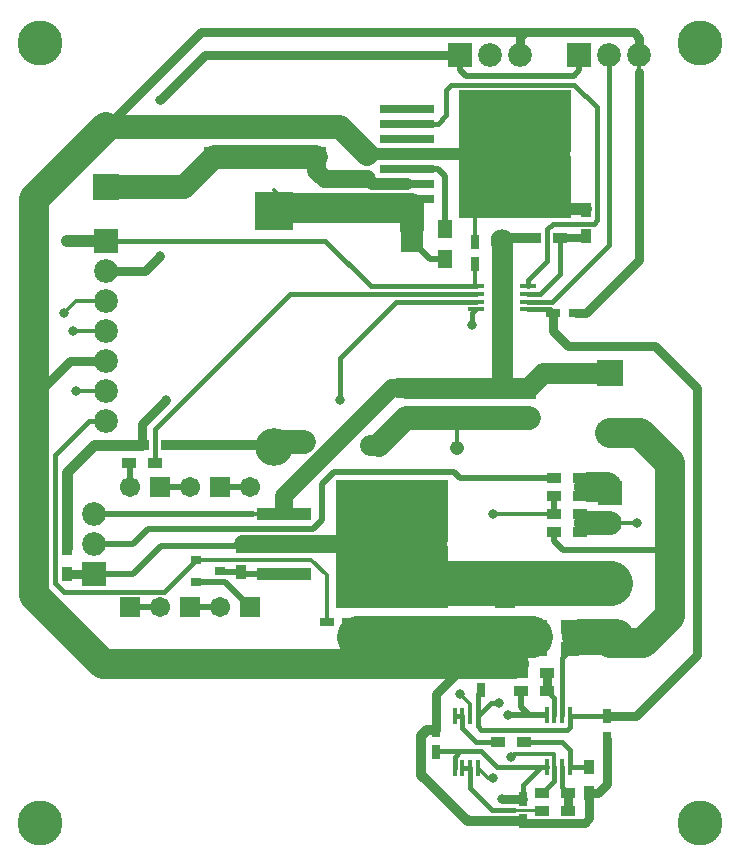
<source format=gbr>
G04 #@! TF.GenerationSoftware,KiCad,Pcbnew,(5.0.0)*
G04 #@! TF.CreationDate,2018-10-20T16:06:51+08:00*
G04 #@! TF.ProjectId,PSU 4CH V1,505355203443482056312E6B69636164,rev?*
G04 #@! TF.SameCoordinates,Original*
G04 #@! TF.FileFunction,Copper,L2,Bot,Signal*
G04 #@! TF.FilePolarity,Positive*
%FSLAX46Y46*%
G04 Gerber Fmt 4.6, Leading zero omitted, Abs format (unit mm)*
G04 Created by KiCad (PCBNEW (5.0.0)) date 10/20/18 16:06:51*
%MOMM*%
%LPD*%
G01*
G04 APERTURE LIST*
G04 #@! TA.AperFunction,ComponentPad*
%ADD10C,3.800000*%
G04 #@! TD*
G04 #@! TA.AperFunction,SMDPad,CuDef*
%ADD11R,0.750000X1.200000*%
G04 #@! TD*
G04 #@! TA.AperFunction,SMDPad,CuDef*
%ADD12R,1.200000X0.750000*%
G04 #@! TD*
G04 #@! TA.AperFunction,ComponentPad*
%ADD13C,1.716000*%
G04 #@! TD*
G04 #@! TA.AperFunction,ComponentPad*
%ADD14R,1.716000X1.716000*%
G04 #@! TD*
G04 #@! TA.AperFunction,SMDPad,CuDef*
%ADD15R,1.250000X1.500000*%
G04 #@! TD*
G04 #@! TA.AperFunction,ComponentPad*
%ADD16O,3.200000X3.200000*%
G04 #@! TD*
G04 #@! TA.AperFunction,ComponentPad*
%ADD17R,3.200000X3.200000*%
G04 #@! TD*
G04 #@! TA.AperFunction,ComponentPad*
%ADD18C,2.216000*%
G04 #@! TD*
G04 #@! TA.AperFunction,ComponentPad*
%ADD19R,2.216000X2.216000*%
G04 #@! TD*
G04 #@! TA.AperFunction,ComponentPad*
%ADD20C,2.016000*%
G04 #@! TD*
G04 #@! TA.AperFunction,ComponentPad*
%ADD21R,2.016000X2.016000*%
G04 #@! TD*
G04 #@! TA.AperFunction,ComponentPad*
%ADD22C,1.962000*%
G04 #@! TD*
G04 #@! TA.AperFunction,ComponentPad*
%ADD23R,1.962000X1.962000*%
G04 #@! TD*
G04 #@! TA.AperFunction,SMDPad,CuDef*
%ADD24R,0.900000X0.800000*%
G04 #@! TD*
G04 #@! TA.AperFunction,SMDPad,CuDef*
%ADD25R,1.200000X0.900000*%
G04 #@! TD*
G04 #@! TA.AperFunction,SMDPad,CuDef*
%ADD26R,0.900000X1.200000*%
G04 #@! TD*
G04 #@! TA.AperFunction,SMDPad,CuDef*
%ADD27R,1.500000X1.300000*%
G04 #@! TD*
G04 #@! TA.AperFunction,SMDPad,CuDef*
%ADD28R,0.450000X1.450000*%
G04 #@! TD*
G04 #@! TA.AperFunction,SMDPad,CuDef*
%ADD29R,1.450000X0.450000*%
G04 #@! TD*
G04 #@! TA.AperFunction,SMDPad,CuDef*
%ADD30R,4.550000X5.250000*%
G04 #@! TD*
G04 #@! TA.AperFunction,SMDPad,CuDef*
%ADD31R,9.400000X10.800000*%
G04 #@! TD*
G04 #@! TA.AperFunction,SMDPad,CuDef*
%ADD32R,4.600000X0.800000*%
G04 #@! TD*
G04 #@! TA.AperFunction,SMDPad,CuDef*
%ADD33R,4.600000X1.100000*%
G04 #@! TD*
G04 #@! TA.AperFunction,ViaPad*
%ADD34C,1.208000*%
G04 #@! TD*
G04 #@! TA.AperFunction,ViaPad*
%ADD35C,0.808000*%
G04 #@! TD*
G04 #@! TA.AperFunction,ViaPad*
%ADD36C,0.800000*%
G04 #@! TD*
G04 #@! TA.AperFunction,Conductor*
%ADD37C,2.032000*%
G04 #@! TD*
G04 #@! TA.AperFunction,Conductor*
%ADD38C,0.304800*%
G04 #@! TD*
G04 #@! TA.AperFunction,Conductor*
%ADD39C,1.016000*%
G04 #@! TD*
G04 #@! TA.AperFunction,Conductor*
%ADD40C,0.736600*%
G04 #@! TD*
G04 #@! TA.AperFunction,Conductor*
%ADD41C,0.863600*%
G04 #@! TD*
G04 #@! TA.AperFunction,Conductor*
%ADD42C,2.540000*%
G04 #@! TD*
G04 #@! TA.AperFunction,Conductor*
%ADD43C,0.762000*%
G04 #@! TD*
G04 #@! TA.AperFunction,Conductor*
%ADD44C,3.556000*%
G04 #@! TD*
G04 #@! TA.AperFunction,Conductor*
%ADD45C,1.778000*%
G04 #@! TD*
G04 #@! TA.AperFunction,Conductor*
%ADD46C,0.431800*%
G04 #@! TD*
G04 #@! TA.AperFunction,Conductor*
%ADD47C,0.381000*%
G04 #@! TD*
G04 #@! TA.AperFunction,Conductor*
%ADD48C,1.524000*%
G04 #@! TD*
G04 #@! TA.AperFunction,Conductor*
%ADD49C,0.508000*%
G04 #@! TD*
G04 #@! TA.AperFunction,Conductor*
%ADD50C,3.810000*%
G04 #@! TD*
G04 #@! TA.AperFunction,Conductor*
%ADD51C,0.635000*%
G04 #@! TD*
G04 #@! TA.AperFunction,Conductor*
%ADD52C,0.254000*%
G04 #@! TD*
G04 #@! TA.AperFunction,Conductor*
%ADD53C,0.889000*%
G04 #@! TD*
G04 #@! TA.AperFunction,Conductor*
%ADD54C,3.048000*%
G04 #@! TD*
G04 APERTURE END LIST*
D10*
G04 #@! TO.P,REF\002A\002A,1*
G04 #@! TO.N,N/C*
X154940000Y-86360000D03*
G04 #@! TD*
G04 #@! TO.P,REF\002A\002A,1*
G04 #@! TO.N,N/C*
X99060000Y-86360000D03*
G04 #@! TD*
G04 #@! TO.P,REF\002A\002A,1*
G04 #@! TO.N,N/C*
X99060000Y-152400000D03*
G04 #@! TD*
D11*
G04 #@! TO.P,C1,2*
G04 #@! TO.N,GND*
X132588000Y-144526000D03*
G04 #@! TO.P,C1,1*
G04 #@! TO.N,+5V*
X132588000Y-146426000D03*
G04 #@! TD*
G04 #@! TO.P,C2,1*
G04 #@! TO.N,+5V*
X139954000Y-150368000D03*
G04 #@! TO.P,C2,2*
G04 #@! TO.N,GND*
X139954000Y-152268000D03*
G04 #@! TD*
G04 #@! TO.P,C3,2*
G04 #@! TO.N,GND*
X135890000Y-103190000D03*
G04 #@! TO.P,C3,1*
G04 #@! TO.N,+5V*
X135890000Y-105090000D03*
G04 #@! TD*
G04 #@! TO.P,C4,2*
G04 #@! TO.N,-0V5*
X136398000Y-141158000D03*
G04 #@! TO.P,C4,1*
G04 #@! TO.N,GND*
X136398000Y-139258000D03*
G04 #@! TD*
G04 #@! TO.P,C5,1*
G04 #@! TO.N,GND*
X147066000Y-145288000D03*
G04 #@! TO.P,C5,2*
G04 #@! TO.N,-0V5*
X147066000Y-143388000D03*
G04 #@! TD*
D12*
G04 #@! TO.P,C6,2*
G04 #@! TO.N,-0V5*
X142494000Y-109220000D03*
G04 #@! TO.P,C6,1*
G04 #@! TO.N,GND*
X144394000Y-109220000D03*
G04 #@! TD*
G04 #@! TO.P,C7,1*
G04 #@! TO.N,GND*
X125212000Y-135382000D03*
G04 #@! TO.P,C7,2*
G04 #@! TO.N,-2V8*
X123312000Y-135382000D03*
G04 #@! TD*
D11*
G04 #@! TO.P,C8,2*
G04 #@! TO.N,GND*
X126746000Y-96012000D03*
G04 #@! TO.P,C8,1*
G04 #@! TO.N,/Input-V+*
X126746000Y-97912000D03*
G04 #@! TD*
D13*
G04 #@! TO.P,C9,2*
G04 #@! TO.N,GND*
X113792000Y-93472000D03*
D14*
G04 #@! TO.P,C9,1*
G04 #@! TO.N,/Input-V+*
X113792000Y-96012000D03*
G04 #@! TD*
G04 #@! TO.P,C10,1*
G04 #@! TO.N,/Input-V+*
X122428000Y-96012000D03*
D13*
G04 #@! TO.P,C10,2*
G04 #@! TO.N,GND*
X122428000Y-93472000D03*
G04 #@! TD*
D15*
G04 #@! TO.P,C11,2*
G04 #@! TO.N,Net-(C11-Pad2)*
X133350000Y-102148000D03*
G04 #@! TO.P,C11,1*
G04 #@! TO.N,Net-(C11-Pad1)*
X133350000Y-104648000D03*
G04 #@! TD*
D13*
G04 #@! TO.P,C12,2*
G04 #@! TO.N,GND*
X138684000Y-118110000D03*
D14*
G04 #@! TO.P,C12,1*
G04 #@! TO.N,/Output-Buck*
X138684000Y-115570000D03*
G04 #@! TD*
D13*
G04 #@! TO.P,C13,2*
G04 #@! TO.N,GND*
X130048000Y-118110000D03*
D14*
G04 #@! TO.P,C13,1*
G04 #@! TO.N,/Output-Buck*
X130048000Y-115570000D03*
G04 #@! TD*
D11*
G04 #@! TO.P,C14,1*
G04 #@! TO.N,/Output-Buck*
X140716000Y-115956000D03*
G04 #@! TO.P,C14,2*
G04 #@! TO.N,GND*
X140716000Y-117856000D03*
G04 #@! TD*
D14*
G04 #@! TO.P,C15,1*
G04 #@! TO.N,/Output-Linear*
X138430000Y-133350000D03*
D13*
G04 #@! TO.P,C15,2*
G04 #@! TO.N,GND*
X138430000Y-135890000D03*
G04 #@! TD*
G04 #@! TO.P,D1,2*
G04 #@! TO.N,Net-(D1-Pad2)*
X106680000Y-123952000D03*
D14*
G04 #@! TO.P,D1,1*
G04 #@! TO.N,Net-(D1-Pad1)*
X106677460Y-134111480D03*
G04 #@! TD*
D13*
G04 #@! TO.P,D2,2*
G04 #@! TO.N,Net-(D1-Pad1)*
X109220000Y-134112000D03*
D14*
G04 #@! TO.P,D2,1*
G04 #@! TO.N,Net-(D2-Pad1)*
X109222540Y-123952520D03*
G04 #@! TD*
G04 #@! TO.P,D3,1*
G04 #@! TO.N,Net-(D3-Pad1)*
X111757460Y-134111480D03*
D13*
G04 #@! TO.P,D3,2*
G04 #@! TO.N,Net-(D2-Pad1)*
X111760000Y-123952000D03*
G04 #@! TD*
G04 #@! TO.P,D4,2*
G04 #@! TO.N,Net-(D3-Pad1)*
X114300000Y-134112000D03*
D14*
G04 #@! TO.P,D4,1*
G04 #@! TO.N,Net-(D4-Pad1)*
X114302540Y-123952520D03*
G04 #@! TD*
G04 #@! TO.P,D5,1*
G04 #@! TO.N,Net-(D5-Pad1)*
X116837460Y-134111480D03*
D13*
G04 #@! TO.P,D5,2*
G04 #@! TO.N,Net-(D4-Pad1)*
X116840000Y-123952000D03*
G04 #@! TD*
D16*
G04 #@! TO.P,D6,2*
G04 #@! TO.N,GND*
X118872000Y-120584000D03*
D17*
G04 #@! TO.P,D6,1*
G04 #@! TO.N,Net-(C11-Pad1)*
X118872000Y-100584000D03*
G04 #@! TD*
D18*
G04 #@! TO.P,J2,2*
G04 #@! TO.N,/Output-GND*
X147320000Y-137160000D03*
D19*
G04 #@! TO.P,J2,1*
G04 #@! TO.N,/Output-Linear*
X147320000Y-132080000D03*
G04 #@! TD*
D20*
G04 #@! TO.P,J3,2*
G04 #@! TO.N,/Vfb-*
X147320000Y-127000000D03*
D21*
G04 #@! TO.P,J3,1*
G04 #@! TO.N,/Vfb+*
X147320000Y-124460000D03*
G04 #@! TD*
D19*
G04 #@! TO.P,J4,1*
G04 #@! TO.N,/Output-Buck*
X147320000Y-114300000D03*
D18*
G04 #@! TO.P,J4,2*
G04 #@! TO.N,/Output-GND*
X147320000Y-119380000D03*
G04 #@! TD*
D20*
G04 #@! TO.P,J5,3*
G04 #@! TO.N,/Output-Buck*
X103632000Y-126238000D03*
G04 #@! TO.P,J5,2*
G04 #@! TO.N,Net-(J5-Pad2)*
X103632000Y-128778000D03*
D21*
G04 #@! TO.P,J5,1*
G04 #@! TO.N,/Output-Linear*
X103632000Y-131318000D03*
G04 #@! TD*
D22*
G04 #@! TO.P,L1,2*
G04 #@! TO.N,/Output-Buck*
X138176000Y-103124000D03*
D23*
G04 #@! TO.P,L1,1*
G04 #@! TO.N,Net-(C11-Pad1)*
X130556000Y-103124000D03*
G04 #@! TD*
D24*
G04 #@! TO.P,Q1,3*
G04 #@! TO.N,/Vfb-Linear*
X114300000Y-131064000D03*
G04 #@! TO.P,Q1,2*
G04 #@! TO.N,-2V8*
X112300000Y-130114000D03*
G04 #@! TO.P,Q1,1*
G04 #@! TO.N,Net-(D5-Pad1)*
X112300000Y-132014000D03*
G04 #@! TD*
D25*
G04 #@! TO.P,R1,1*
G04 #@! TO.N,/Output-Buck*
X140886000Y-102870000D03*
G04 #@! TO.P,R1,2*
G04 #@! TO.N,Net-(R1-Pad2)*
X143086000Y-102870000D03*
G04 #@! TD*
D26*
G04 #@! TO.P,R2,2*
G04 #@! TO.N,GND*
X145288000Y-100543000D03*
G04 #@! TO.P,R2,1*
G04 #@! TO.N,Net-(R1-Pad2)*
X145288000Y-102743000D03*
G04 #@! TD*
G04 #@! TO.P,R3,1*
G04 #@! TO.N,/Output-Linear*
X116078000Y-128948000D03*
G04 #@! TO.P,R3,2*
G04 #@! TO.N,/Vfb-Linear*
X116078000Y-131148000D03*
G04 #@! TD*
D25*
G04 #@! TO.P,R4,1*
G04 #@! TO.N,Net-(J5-Pad2)*
X142580000Y-123190000D03*
G04 #@! TO.P,R4,2*
G04 #@! TO.N,/Vfb+*
X144780000Y-123190000D03*
G04 #@! TD*
G04 #@! TO.P,R5,1*
G04 #@! TO.N,/Vfb+*
X144780000Y-124714000D03*
G04 #@! TO.P,R5,2*
G04 #@! TO.N,Net-(R5-Pad2)*
X142580000Y-124714000D03*
G04 #@! TD*
G04 #@! TO.P,R6,2*
G04 #@! TO.N,/Vfb-*
X144780000Y-126238000D03*
G04 #@! TO.P,R6,1*
G04 #@! TO.N,Net-(R5-Pad2)*
X142580000Y-126238000D03*
G04 #@! TD*
G04 #@! TO.P,R7,2*
G04 #@! TO.N,/Output-GND*
X142580000Y-127762000D03*
G04 #@! TO.P,R7,1*
G04 #@! TO.N,/Vfb-*
X144780000Y-127762000D03*
G04 #@! TD*
G04 #@! TO.P,R8,2*
G04 #@! TO.N,Net-(R8-Pad2)*
X137838000Y-145542000D03*
G04 #@! TO.P,R8,1*
G04 #@! TO.N,Net-(R8-Pad1)*
X140038000Y-145542000D03*
G04 #@! TD*
D26*
G04 #@! TO.P,R9,1*
G04 #@! TO.N,Net-(R8-Pad1)*
X145542000Y-147660000D03*
G04 #@! TO.P,R9,2*
G04 #@! TO.N,GND*
X145542000Y-149860000D03*
G04 #@! TD*
D25*
G04 #@! TO.P,R10,1*
G04 #@! TO.N,Net-(R10-Pad1)*
X143764000Y-151384000D03*
G04 #@! TO.P,R10,2*
G04 #@! TO.N,Net-(R10-Pad2)*
X141564000Y-151384000D03*
G04 #@! TD*
G04 #@! TO.P,R11,2*
G04 #@! TO.N,Net-(R10-Pad1)*
X143764000Y-149860000D03*
G04 #@! TO.P,R11,1*
G04 #@! TO.N,/V-ADC*
X141564000Y-149860000D03*
G04 #@! TD*
D27*
G04 #@! TO.P,R12,2*
G04 #@! TO.N,GND*
X141249999Y-137705999D03*
G04 #@! TO.P,R12,1*
G04 #@! TO.N,/Output-GND*
X143949999Y-137705999D03*
G04 #@! TD*
G04 #@! TO.P,R13,1*
G04 #@! TO.N,/Output-GND*
X143949999Y-135825999D03*
G04 #@! TO.P,R13,2*
G04 #@! TO.N,GND*
X141249999Y-135825999D03*
G04 #@! TD*
D25*
G04 #@! TO.P,R14,2*
G04 #@! TO.N,Net-(R14-Pad2)*
X141986000Y-141224000D03*
G04 #@! TO.P,R14,1*
G04 #@! TO.N,/I-ADC*
X139786000Y-141224000D03*
G04 #@! TD*
G04 #@! TO.P,R15,1*
G04 #@! TO.N,Net-(R14-Pad2)*
X141986000Y-139700000D03*
G04 #@! TO.P,R15,2*
G04 #@! TO.N,GND*
X139786000Y-139700000D03*
G04 #@! TD*
D26*
G04 #@! TO.P,R16,2*
G04 #@! TO.N,Net-(R16-Pad2)*
X101346000Y-129118000D03*
G04 #@! TO.P,R16,1*
G04 #@! TO.N,/Output-Linear*
X101346000Y-131318000D03*
G04 #@! TD*
D25*
G04 #@! TO.P,R17,1*
G04 #@! TO.N,Net-(R16-Pad2)*
X107696000Y-120396000D03*
G04 #@! TO.P,R17,2*
G04 #@! TO.N,GND*
X109896000Y-120396000D03*
G04 #@! TD*
G04 #@! TO.P,R18,2*
G04 #@! TO.N,Net-(R18-Pad2)*
X108796000Y-121920000D03*
G04 #@! TO.P,R18,1*
G04 #@! TO.N,Net-(D1-Pad2)*
X106596000Y-121920000D03*
G04 #@! TD*
D28*
G04 #@! TO.P,U1,8*
G04 #@! TO.N,+5V*
X134153000Y-147742000D03*
G04 #@! TO.P,U1,7*
G04 #@! TO.N,Net-(R10-Pad2)*
X134803000Y-147742000D03*
G04 #@! TO.P,U1,6*
X135453000Y-147742000D03*
G04 #@! TO.P,U1,5*
G04 #@! TO.N,/Vfb-*
X136103000Y-147742000D03*
G04 #@! TO.P,U1,4*
G04 #@! TO.N,-0V5*
X136103000Y-143342000D03*
G04 #@! TO.P,U1,3*
G04 #@! TO.N,Net-(R5-Pad2)*
X135453000Y-143342000D03*
G04 #@! TO.P,U1,2*
G04 #@! TO.N,Net-(R8-Pad2)*
X134803000Y-143342000D03*
G04 #@! TO.P,U1,1*
X134153000Y-143342000D03*
G04 #@! TD*
G04 #@! TO.P,U2,8*
G04 #@! TO.N,+5V*
X141956000Y-147656000D03*
G04 #@! TO.P,U2,7*
G04 #@! TO.N,/V-ADC*
X142606000Y-147656000D03*
G04 #@! TO.P,U2,6*
G04 #@! TO.N,Net-(R10-Pad1)*
X143256000Y-147656000D03*
G04 #@! TO.P,U2,5*
G04 #@! TO.N,Net-(R8-Pad1)*
X143906000Y-147656000D03*
G04 #@! TO.P,U2,4*
G04 #@! TO.N,-0V5*
X143906000Y-143256000D03*
G04 #@! TO.P,U2,3*
G04 #@! TO.N,/Output-GND*
X143256000Y-143256000D03*
G04 #@! TO.P,U2,2*
G04 #@! TO.N,Net-(R14-Pad2)*
X142606000Y-143256000D03*
G04 #@! TO.P,U2,1*
G04 #@! TO.N,/I-ADC*
X141956000Y-143256000D03*
G04 #@! TD*
D29*
G04 #@! TO.P,U3,1*
G04 #@! TO.N,/Vfb-Buck*
X140376000Y-106975000D03*
G04 #@! TO.P,U3,2*
G04 #@! TO.N,Net-(R1-Pad2)*
X140376000Y-107625000D03*
G04 #@! TO.P,U3,3*
G04 #@! TO.N,/DAC_BUCK*
X140376000Y-108275000D03*
G04 #@! TO.P,U3,4*
G04 #@! TO.N,-0V5*
X140376000Y-108925000D03*
G04 #@! TO.P,U3,5*
G04 #@! TO.N,/DAC_LINEAR*
X135976000Y-108925000D03*
G04 #@! TO.P,U3,6*
G04 #@! TO.N,Net-(R16-Pad2)*
X135976000Y-108275000D03*
G04 #@! TO.P,U3,7*
G04 #@! TO.N,Net-(R18-Pad2)*
X135976000Y-107625000D03*
G04 #@! TO.P,U3,8*
G04 #@! TO.N,+5V*
X135976000Y-106975000D03*
G04 #@! TD*
D30*
G04 #@! TO.P,U4,4*
G04 #@! TO.N,GND*
X136840000Y-92983000D03*
X141690000Y-98533000D03*
X136840000Y-98533000D03*
X141690000Y-92983000D03*
D31*
X139265000Y-95758000D03*
D32*
G04 #@! TO.P,U4,7*
G04 #@! TO.N,Net-(U4-Pad7)*
X130115000Y-91948000D03*
G04 #@! TO.P,U4,6*
G04 #@! TO.N,/Vfb-Buck*
X130115000Y-93218000D03*
G04 #@! TO.P,U4,5*
G04 #@! TO.N,N/C*
X130115000Y-94488000D03*
G04 #@! TO.P,U4,4*
G04 #@! TO.N,GND*
X130115000Y-95758000D03*
G04 #@! TO.P,U4,3*
G04 #@! TO.N,Net-(C11-Pad2)*
X130115000Y-97028000D03*
G04 #@! TO.P,U4,2*
G04 #@! TO.N,/Input-V+*
X130115000Y-98298000D03*
G04 #@! TO.P,U4,1*
G04 #@! TO.N,Net-(C11-Pad1)*
X130115000Y-99568000D03*
G04 #@! TD*
D30*
G04 #@! TO.P,U5,2*
G04 #@! TO.N,/Output-Linear*
X126426000Y-126003000D03*
X131276000Y-131553000D03*
X126426000Y-131553000D03*
X131276000Y-126003000D03*
D31*
X128851000Y-128778000D03*
D33*
G04 #@! TO.P,U5,3*
G04 #@! TO.N,/Output-Buck*
X119701000Y-126238000D03*
G04 #@! TO.P,U5,2*
G04 #@! TO.N,/Output-Linear*
X119701000Y-128778000D03*
G04 #@! TO.P,U5,1*
G04 #@! TO.N,/Vfb-Linear*
X119701000Y-131318000D03*
G04 #@! TD*
D21*
G04 #@! TO.P,DAC1,1*
G04 #@! TO.N,+3V3*
X144729200Y-87376000D03*
D20*
G04 #@! TO.P,DAC1,2*
G04 #@! TO.N,/DAC_BUCK*
X147269200Y-87376000D03*
G04 #@! TO.P,DAC1,3*
G04 #@! TO.N,GND*
X149809200Y-87376000D03*
G04 #@! TD*
G04 #@! TO.P,DAC2,3*
G04 #@! TO.N,GND*
X139700000Y-87376000D03*
G04 #@! TO.P,DAC2,2*
G04 #@! TO.N,/DAC_LINEAR*
X137160000Y-87376000D03*
D21*
G04 #@! TO.P,DAC2,1*
G04 #@! TO.N,+3V3*
X134620000Y-87376000D03*
G04 #@! TD*
D20*
G04 #@! TO.P,J1,7*
G04 #@! TO.N,-2V8*
X104648000Y-118364000D03*
G04 #@! TO.P,J1,6*
G04 #@! TO.N,-0V5*
X104648000Y-115824000D03*
G04 #@! TO.P,J1,5*
G04 #@! TO.N,GND*
X104648000Y-113284000D03*
G04 #@! TO.P,J1,4*
G04 #@! TO.N,/I-ADC*
X104648000Y-110744000D03*
G04 #@! TO.P,J1,3*
G04 #@! TO.N,/V-ADC*
X104648000Y-108204000D03*
G04 #@! TO.P,J1,2*
G04 #@! TO.N,+3V3*
X104648000Y-105664000D03*
D21*
G04 #@! TO.P,J1,1*
G04 #@! TO.N,+5V*
X104648000Y-103124000D03*
G04 #@! TD*
D18*
G04 #@! TO.P,J6,2*
G04 #@! TO.N,GND*
X104648000Y-93472000D03*
D19*
G04 #@! TO.P,J6,1*
G04 #@! TO.N,/Input-V+*
X104648000Y-98552000D03*
G04 #@! TD*
D10*
G04 #@! TO.P,REF\002A\002A,1*
G04 #@! TO.N,N/C*
X154940000Y-152400000D03*
G04 #@! TD*
D34*
G04 #@! TO.N,GND*
X134366000Y-120650000D03*
X132080000Y-136652000D03*
X121412000Y-120396000D03*
X127000000Y-120396000D03*
D35*
G04 #@! TO.N,+5V*
X138176000Y-150368000D03*
X101346000Y-103124000D03*
D36*
G04 #@! TO.N,-0V5*
X102108000Y-115824000D03*
D35*
X137922000Y-142240000D03*
G04 #@! TO.N,/DAC_LINEAR*
X135636000Y-110236000D03*
G04 #@! TO.N,/I-ADC*
X101854000Y-110744000D03*
X138684000Y-143256000D03*
G04 #@! TO.N,/V-ADC*
X101092000Y-109220000D03*
X138938000Y-146812000D03*
G04 #@! TO.N,/Vfb-*
X149606000Y-127000000D03*
X137414000Y-148590000D03*
G04 #@! TO.N,Net-(R5-Pad2)*
X134620000Y-141478000D03*
X137414000Y-126238000D03*
G04 #@! TO.N,Net-(R16-Pad2)*
X109728000Y-116586000D03*
X124460000Y-116586000D03*
G04 #@! TO.N,+3V3*
X109220000Y-91186000D03*
X109220000Y-104394000D03*
G04 #@! TD*
D37*
G04 #@! TO.N,GND*
X113792000Y-93472000D02*
X122428000Y-93472000D01*
D38*
X127000000Y-95758000D02*
X126746000Y-96012000D01*
D39*
X130115000Y-95758000D02*
X127000000Y-95758000D01*
X130115000Y-95758000D02*
X139265000Y-95758000D01*
D38*
X126746000Y-95787000D02*
X126746000Y-96012000D01*
D37*
X124431000Y-93472000D02*
X126746000Y-95787000D01*
X122428000Y-93472000D02*
X124431000Y-93472000D01*
X130048000Y-118110000D02*
X131261395Y-118110000D01*
D38*
X140462000Y-118110000D02*
X140716000Y-117856000D01*
D37*
X138684000Y-118110000D02*
X140462000Y-118110000D01*
D38*
X141185998Y-135890000D02*
X141249999Y-135825999D01*
D39*
X139786000Y-139446000D02*
X139786000Y-137414000D01*
D40*
X132588000Y-144526000D02*
X132588000Y-142401000D01*
X139822000Y-152425400D02*
X145034000Y-152425400D01*
X145542000Y-151892000D02*
X145542000Y-149860000D01*
X146296800Y-149860000D02*
X145542000Y-149860000D01*
X147066000Y-149090800D02*
X146296800Y-149860000D01*
X147066000Y-145288000D02*
X147066000Y-149090800D01*
X145542000Y-152024000D02*
X145166000Y-152400000D01*
D38*
X145542000Y-151892000D02*
X145542000Y-152024000D01*
X143923000Y-100416000D02*
X139265000Y-95758000D01*
D39*
X145288000Y-100416000D02*
X143923000Y-100416000D01*
D38*
X135890000Y-99133000D02*
X139265000Y-95758000D01*
X135890000Y-103190000D02*
X135890000Y-99133000D01*
X118684000Y-120396000D02*
X118872000Y-120584000D01*
D41*
X109896000Y-120396000D02*
X118684000Y-120396000D01*
D40*
X132588000Y-141478000D02*
X134366000Y-139700000D01*
X132588000Y-142401000D02*
X132588000Y-141478000D01*
D38*
X135636000Y-139700000D02*
X136144000Y-139700000D01*
D42*
X139192000Y-138938000D02*
X134366000Y-138938000D01*
D41*
X131826000Y-144526000D02*
X132588000Y-144526000D01*
X131318000Y-145034000D02*
X131826000Y-144526000D01*
X131318000Y-148336000D02*
X131318000Y-145034000D01*
X139954000Y-152268000D02*
X135250000Y-152268000D01*
X135250000Y-152268000D02*
X131318000Y-148336000D01*
D38*
X137922000Y-135382000D02*
X138430000Y-135890000D01*
D37*
X112578605Y-93472000D02*
X104648000Y-93472000D01*
X113792000Y-93472000D02*
X112578605Y-93472000D01*
D38*
X149809200Y-88801527D02*
X149809200Y-87376000D01*
D40*
X149809200Y-104709600D02*
X149809200Y-88801527D01*
X145298800Y-109220000D02*
X149809200Y-104709600D01*
X144394000Y-109220000D02*
X145298800Y-109220000D01*
D43*
X149809200Y-85950473D02*
X149809200Y-87376000D01*
X149311137Y-85452410D02*
X149809200Y-85950473D01*
X140099590Y-85452410D02*
X149311137Y-85452410D01*
X139700000Y-87376000D02*
X139700000Y-85852000D01*
X139700000Y-85852000D02*
X140099590Y-85452410D01*
X101600000Y-113284000D02*
X104648000Y-113284000D01*
X99822000Y-115062000D02*
X101600000Y-113284000D01*
D42*
X134366000Y-138938000D02*
X105664000Y-138938000D01*
D43*
X99822000Y-115062000D02*
X99060000Y-115824000D01*
D42*
X98552000Y-115824000D02*
X98552000Y-133096000D01*
X98552000Y-115824000D02*
X98552000Y-101600000D01*
X104394000Y-138938000D02*
X98552000Y-133096000D01*
X105664000Y-138938000D02*
X104394000Y-138938000D01*
X98552000Y-99568000D02*
X104648000Y-93472000D01*
X98552000Y-101600000D02*
X98552000Y-99568000D01*
D38*
X134366000Y-118110000D02*
X134366000Y-120650000D01*
D37*
X134366000Y-118110000D02*
X138684000Y-118110000D01*
X131261395Y-118110000D02*
X134366000Y-118110000D01*
D44*
X125984000Y-136652000D02*
X132080000Y-136652000D01*
X132080000Y-136652000D02*
X140716000Y-136652000D01*
D37*
X119060000Y-120142000D02*
X121412000Y-120142000D01*
D38*
X121224000Y-120584000D02*
X121412000Y-120396000D01*
D37*
X127762000Y-120396000D02*
X130048000Y-118110000D01*
D45*
X127000000Y-120396000D02*
X127762000Y-120396000D01*
D43*
X112667590Y-85452410D02*
X104648000Y-93472000D01*
X140099590Y-85452410D02*
X112667590Y-85452410D01*
D46*
G04 #@! TO.N,+5V*
X134153000Y-146812000D02*
X134153000Y-147742000D01*
X134620599Y-146344401D02*
X134153000Y-146812000D01*
X136398000Y-146344401D02*
X134620599Y-146344401D01*
X137709599Y-147656000D02*
X136398000Y-146344401D01*
X134620599Y-146344401D02*
X133563599Y-146344401D01*
X133563599Y-146344401D02*
X132669599Y-146344401D01*
X139954000Y-149180000D02*
X141478000Y-147656000D01*
X139954000Y-150368000D02*
X139954000Y-149180000D01*
X141956000Y-147656000D02*
X141478000Y-147656000D01*
X141478000Y-147656000D02*
X137709599Y-147656000D01*
D38*
X135890000Y-106889000D02*
X135976000Y-106975000D01*
X135890000Y-105090000D02*
X135890000Y-106889000D01*
D46*
X104648000Y-103124000D02*
X123190000Y-103124000D01*
X127041000Y-106975000D02*
X135976000Y-106975000D01*
X123190000Y-103124000D02*
X127041000Y-106975000D01*
D40*
X139954000Y-150368000D02*
X138176000Y-150368000D01*
D39*
X101346000Y-103124000D02*
X104648000Y-103124000D01*
D46*
G04 #@! TO.N,-0V5*
X136103000Y-144231000D02*
X136103000Y-143342000D01*
X143411800Y-144526000D02*
X136652000Y-144526000D01*
X143906000Y-143256000D02*
X143906000Y-144285800D01*
X143665800Y-144526000D02*
X143906000Y-144285800D01*
X143411800Y-144526000D02*
X143665800Y-144526000D01*
X136652000Y-144526000D02*
X136398000Y-144526000D01*
X136398000Y-144526000D02*
X136103000Y-144231000D01*
X147066000Y-143388000D02*
X144038000Y-143388000D01*
X136103000Y-141453000D02*
X136398000Y-141158000D01*
X136103000Y-143342000D02*
X136103000Y-141453000D01*
X142199000Y-108925000D02*
X142494000Y-109220000D01*
X140376000Y-108925000D02*
X142199000Y-108925000D01*
D40*
X142494000Y-110744000D02*
X143764000Y-112014000D01*
X142494000Y-109220000D02*
X142494000Y-110744000D01*
X143764000Y-112014000D02*
X151130000Y-112014000D01*
X149474000Y-143388000D02*
X147066000Y-143388000D01*
X151130000Y-112014000D02*
X154686000Y-115570000D01*
X154686000Y-115570000D02*
X154686000Y-138176000D01*
X154686000Y-138176000D02*
X149474000Y-143388000D01*
D38*
X104648000Y-115824000D02*
X102108000Y-115824000D01*
D46*
X137205000Y-142240000D02*
X136103000Y-143342000D01*
X137922000Y-142240000D02*
X137205000Y-142240000D01*
D38*
G04 #@! TO.N,-2V8*
X113054800Y-130114000D02*
X112300000Y-130114000D01*
X121981322Y-130114000D02*
X113054800Y-130114000D01*
X123312000Y-131444678D02*
X121981322Y-130114000D01*
X123312000Y-135382000D02*
X123312000Y-131444678D01*
D47*
X103222473Y-118364000D02*
X104648000Y-118364000D01*
D38*
X112300000Y-130114000D02*
X112250000Y-130114000D01*
D47*
X112250000Y-130114000D02*
X109522000Y-132842000D01*
X100330000Y-121256473D02*
X103222473Y-118364000D01*
X101092000Y-132842000D02*
X100330000Y-132080000D01*
X101346000Y-132842000D02*
X101092000Y-132842000D01*
X100330000Y-132080000D02*
X100330000Y-121256473D01*
X109522000Y-132842000D02*
X101346000Y-132842000D01*
D38*
G04 #@! TO.N,/Input-V+*
X127132000Y-98298000D02*
X126746000Y-97912000D01*
D39*
X130115000Y-98298000D02*
X127132000Y-98298000D01*
D37*
X122428000Y-96012000D02*
X113792000Y-96012000D01*
D48*
X122428000Y-97174800D02*
X122428000Y-96012000D01*
X123165200Y-97912000D02*
X122428000Y-97174800D01*
X126746000Y-97912000D02*
X123165200Y-97912000D01*
D37*
X111252000Y-98552000D02*
X113792000Y-96012000D01*
X104648000Y-98552000D02*
X111252000Y-98552000D01*
D49*
G04 #@! TO.N,Net-(C11-Pad2)*
X133350000Y-101093200D02*
X133350000Y-102148000D01*
X133350000Y-97658200D02*
X133350000Y-101093200D01*
X132719800Y-97028000D02*
X133350000Y-97658200D01*
X130115000Y-97028000D02*
X132719800Y-97028000D01*
D38*
G04 #@! TO.N,Net-(C11-Pad1)*
X130115000Y-102683000D02*
X130556000Y-103124000D01*
X119634000Y-99568000D02*
X118872000Y-98806000D01*
D42*
X130115000Y-100330000D02*
X119634000Y-100330000D01*
D38*
X130556000Y-103124000D02*
X130556000Y-101838200D01*
D37*
X130556000Y-102108000D02*
X130556000Y-100076000D01*
D49*
X132080000Y-104648000D02*
X133350000Y-104648000D01*
X130556000Y-103124000D02*
X132080000Y-104648000D01*
D38*
G04 #@! TO.N,/Output-Buck*
X138176000Y-115062000D02*
X138684000Y-115570000D01*
D45*
X138176000Y-103124000D02*
X138176000Y-115062000D01*
X130048000Y-115570000D02*
X138684000Y-115570000D01*
D38*
X140330000Y-115570000D02*
X140716000Y-115956000D01*
D45*
X138684000Y-115570000D02*
X140330000Y-115570000D01*
D38*
X140716000Y-115731000D02*
X140716000Y-115956000D01*
D45*
X147320000Y-114300000D02*
X142147000Y-114300000D01*
X141600000Y-114300000D02*
X140330000Y-115570000D01*
X142147000Y-114300000D02*
X141600000Y-114300000D01*
D48*
X128885200Y-115570000D02*
X130048000Y-115570000D01*
X119701000Y-124754200D02*
X128885200Y-115570000D01*
X119701000Y-125984000D02*
X119701000Y-124754200D01*
D49*
X117096200Y-126238000D02*
X103632000Y-126238000D01*
D38*
X119701000Y-126238000D02*
X117096200Y-126238000D01*
X138430000Y-102870000D02*
X138176000Y-103124000D01*
D41*
X140886000Y-102870000D02*
X138430000Y-102870000D01*
D38*
G04 #@! TO.N,/Output-Linear*
X132153000Y-132080000D02*
X128851000Y-128778000D01*
D50*
X147320000Y-132080000D02*
X132153000Y-132080000D01*
D48*
X119701000Y-128778000D02*
X128851000Y-128778000D01*
D38*
X116248000Y-128778000D02*
X116078000Y-128948000D01*
D48*
X119701000Y-128778000D02*
X116248000Y-128778000D01*
D49*
X116078000Y-128948000D02*
X109304000Y-128948000D01*
X106934000Y-131318000D02*
X103632000Y-131318000D01*
X109304000Y-128948000D02*
X106934000Y-131318000D01*
D43*
X103632000Y-131318000D02*
X101346000Y-131318000D01*
D38*
G04 #@! TO.N,Net-(D1-Pad2)*
X106680000Y-122004000D02*
X106596000Y-121920000D01*
D49*
X106680000Y-123952000D02*
X106680000Y-122004000D01*
D38*
G04 #@! TO.N,Net-(D1-Pad1)*
X106677980Y-134112000D02*
X106677460Y-134111480D01*
D49*
X109220000Y-134112000D02*
X106677980Y-134112000D01*
D38*
G04 #@! TO.N,Net-(D2-Pad1)*
X111759480Y-123952520D02*
X111760000Y-123952000D01*
D49*
X109222540Y-123952520D02*
X111759480Y-123952520D01*
D38*
G04 #@! TO.N,Net-(D3-Pad1)*
X111757980Y-134112000D02*
X111757460Y-134111480D01*
D49*
X114300000Y-134112000D02*
X111757980Y-134112000D01*
D38*
G04 #@! TO.N,Net-(D4-Pad1)*
X114303060Y-123952000D02*
X114302540Y-123952520D01*
D49*
X116840000Y-123952000D02*
X114303060Y-123952000D01*
G04 #@! TO.N,Net-(D5-Pad1)*
X114739980Y-132014000D02*
X116837460Y-134111480D01*
X112300000Y-132014000D02*
X114739980Y-132014000D01*
D46*
G04 #@! TO.N,/DAC_LINEAR*
X135636000Y-109265000D02*
X135976000Y-108925000D01*
X135636000Y-110236000D02*
X135636000Y-109265000D01*
G04 #@! TO.N,/DAC_BUCK*
X147269200Y-102475508D02*
X147269200Y-87376000D01*
X147269200Y-103428800D02*
X147269200Y-102475508D01*
X140376000Y-108275000D02*
X142423000Y-108275000D01*
X142423000Y-108275000D02*
X147269200Y-103428800D01*
D49*
G04 #@! TO.N,/I-ADC*
X141732000Y-143256000D02*
X140462000Y-143256000D01*
X139786000Y-142580000D02*
X139786000Y-141224000D01*
X140462000Y-143256000D02*
X139786000Y-142580000D01*
D38*
X104648000Y-110744000D02*
X101854000Y-110744000D01*
D49*
X140462000Y-143256000D02*
X138684000Y-143256000D01*
D46*
G04 #@! TO.N,/V-ADC*
X142606000Y-148818000D02*
X141564000Y-149860000D01*
X142606000Y-147656000D02*
X142606000Y-148818000D01*
D38*
X142606000Y-146626200D02*
X142558399Y-146578599D01*
X142606000Y-147656000D02*
X142606000Y-146626200D01*
X139171401Y-146578599D02*
X138938000Y-146812000D01*
X142558399Y-146578599D02*
X139171401Y-146578599D01*
X101092000Y-109220000D02*
X102108000Y-108204000D01*
X102108000Y-108204000D02*
X104648000Y-108204000D01*
D37*
G04 #@! TO.N,/Vfb-*
X147320000Y-127000000D02*
X145288000Y-127000000D01*
D38*
X147320000Y-127000000D02*
X149606000Y-127000000D01*
X136951000Y-148590000D02*
X136103000Y-147742000D01*
X137414000Y-148590000D02*
X136951000Y-148590000D01*
G04 #@! TO.N,/Vfb+*
X145034000Y-124460000D02*
X144780000Y-124714000D01*
D42*
X147066000Y-123952000D02*
X145542000Y-123952000D01*
D49*
G04 #@! TO.N,Net-(J5-Pad2)*
X106934000Y-128778000D02*
X108204000Y-127508000D01*
X103632000Y-128778000D02*
X106934000Y-128778000D01*
X108204000Y-127508000D02*
X122174000Y-127508000D01*
X122174000Y-127508000D02*
X122942678Y-126739322D01*
X122942678Y-126739322D02*
X122942678Y-123704678D01*
X122942678Y-123704678D02*
X123952000Y-122695356D01*
X134606644Y-123190000D02*
X134112000Y-122695356D01*
X142580000Y-123190000D02*
X134606644Y-123190000D01*
X123952000Y-122695356D02*
X134112000Y-122695356D01*
D38*
G04 #@! TO.N,/Vfb-Linear*
X116248000Y-131318000D02*
X116078000Y-131148000D01*
D49*
X119701000Y-131318000D02*
X116248000Y-131318000D01*
D38*
X114384000Y-131148000D02*
X114300000Y-131064000D01*
D49*
X116078000Y-131148000D02*
X114384000Y-131148000D01*
D38*
G04 #@! TO.N,Net-(R1-Pad2)*
X145034000Y-102870000D02*
X145288000Y-102616000D01*
D51*
X143086000Y-102870000D02*
X145034000Y-102870000D01*
D46*
X141405800Y-107625000D02*
X140376000Y-107625000D01*
X143086000Y-105944800D02*
X141405800Y-107625000D01*
X143086000Y-102870000D02*
X143086000Y-105944800D01*
D49*
G04 #@! TO.N,Net-(R5-Pad2)*
X142580000Y-124714000D02*
X142580000Y-126238000D01*
D38*
X135453000Y-143342000D02*
X135453000Y-142311000D01*
X135453000Y-142311000D02*
X134620000Y-141478000D01*
X137414000Y-126238000D02*
X142580000Y-126238000D01*
D46*
G04 #@! TO.N,Net-(R8-Pad2)*
X134803000Y-144371800D02*
X134803000Y-143342000D01*
X134153000Y-143342000D02*
X134803000Y-143342000D01*
X135973200Y-145542000D02*
X135719200Y-145288000D01*
X137838000Y-145542000D02*
X135973200Y-145542000D01*
X135719200Y-145288000D02*
X134803000Y-144371800D01*
D38*
G04 #@! TO.N,Net-(R8-Pad1)*
X143910000Y-147660000D02*
X143906000Y-147656000D01*
D46*
X145542000Y-147660000D02*
X143910000Y-147660000D01*
X143906000Y-146192000D02*
X143906000Y-147656000D01*
X143510000Y-145796000D02*
X143906000Y-146192000D01*
X143256000Y-145542000D02*
X143510000Y-145796000D01*
X140038000Y-145542000D02*
X143256000Y-145542000D01*
G04 #@! TO.N,Net-(R10-Pad1)*
X143256000Y-149352000D02*
X143764000Y-149860000D01*
X143256000Y-147656000D02*
X143256000Y-149352000D01*
D43*
X143764000Y-149860000D02*
X143764000Y-151384000D01*
D52*
G04 #@! TO.N,Net-(R10-Pad2)*
X141564000Y-151307800D02*
X139192000Y-151307800D01*
D46*
X135453000Y-149423000D02*
X135453000Y-147742000D01*
X134803000Y-147742000D02*
X135453000Y-147742000D01*
D38*
X137404200Y-151333200D02*
X137363200Y-151333200D01*
D46*
X136829800Y-150799800D02*
X135453000Y-149423000D01*
X137337800Y-151307800D02*
X136829800Y-150799800D01*
X139192000Y-151307800D02*
X137337800Y-151307800D01*
G04 #@! TO.N,Net-(R14-Pad2)*
X142606000Y-141844000D02*
X141986000Y-141224000D01*
X142606000Y-143256000D02*
X142606000Y-141844000D01*
D43*
X141986000Y-139700000D02*
X141986000Y-141224000D01*
D53*
G04 #@! TO.N,Net-(R16-Pad2)*
X107696000Y-120396000D02*
X103632000Y-120396000D01*
X101346000Y-122682000D02*
X101346000Y-129118000D01*
X103632000Y-120396000D02*
X101346000Y-122682000D01*
D40*
X107696000Y-120396000D02*
X107696000Y-118618000D01*
X107696000Y-118618000D02*
X109728000Y-116586000D01*
D46*
X124460000Y-116586000D02*
X124460000Y-113030000D01*
X129215000Y-108275000D02*
X135976000Y-108275000D01*
X124460000Y-113030000D02*
X129215000Y-108275000D01*
G04 #@! TO.N,Net-(R18-Pad2)*
X120982678Y-107625000D02*
X122428000Y-107625000D01*
X108796000Y-121920000D02*
X108796000Y-119811678D01*
X135976000Y-107625000D02*
X122428000Y-107625000D01*
D38*
X122428000Y-107625000D02*
X122336200Y-107625000D01*
D46*
X108796000Y-119811678D02*
X108796000Y-119067400D01*
X120238400Y-107625000D02*
X120982678Y-107625000D01*
X108796000Y-119067400D02*
X120238400Y-107625000D01*
G04 #@! TO.N,/Vfb-Buck*
X142806356Y-101650800D02*
X145923000Y-101650800D01*
X141986000Y-104682922D02*
X141986000Y-102133400D01*
X141986000Y-104835200D02*
X141986000Y-104682922D01*
X140376000Y-106445200D02*
X141986000Y-104835200D01*
X140376000Y-106975000D02*
X140376000Y-106445200D01*
X142468600Y-101650800D02*
X141986000Y-102133400D01*
X142806356Y-101650800D02*
X142468600Y-101650800D01*
X132719800Y-93218000D02*
X133451600Y-92486200D01*
X146227800Y-91948000D02*
X146227800Y-100888800D01*
X130115000Y-93218000D02*
X132719800Y-93218000D01*
X133451600Y-92486200D02*
X133451600Y-90322400D01*
X134213600Y-89890600D02*
X144297400Y-89890600D01*
X146227800Y-101346000D02*
X145923000Y-101650800D01*
X146227800Y-100888800D02*
X146227800Y-101346000D01*
X146227800Y-91821000D02*
X144297400Y-89890600D01*
X146227800Y-91948000D02*
X146227800Y-91821000D01*
X133883400Y-89890600D02*
X133451600Y-90322400D01*
X134213600Y-89890600D02*
X133883400Y-89890600D01*
D49*
G04 #@! TO.N,/Output-GND*
X143349200Y-129286000D02*
X152400000Y-129286000D01*
X142580000Y-128516800D02*
X143349200Y-129286000D01*
X142580000Y-127762000D02*
X142580000Y-128516800D01*
D42*
X152400000Y-132080000D02*
X152400000Y-129286000D01*
X152400000Y-129286000D02*
X152400000Y-124460000D01*
X149860000Y-119380000D02*
X147320000Y-119380000D01*
X152400000Y-124460000D02*
X152400000Y-121920000D01*
X152400000Y-121920000D02*
X149860000Y-119380000D01*
X152400000Y-134874000D02*
X152400000Y-132080000D01*
X147320000Y-137160000D02*
X150114000Y-137160000D01*
X150114000Y-137160000D02*
X152400000Y-134874000D01*
D54*
X147828000Y-136652000D02*
X144780000Y-136652000D01*
D46*
X143256000Y-138399998D02*
X143949999Y-137705999D01*
X143256000Y-143256000D02*
X143256000Y-138430000D01*
D49*
G04 #@! TO.N,+3V3*
X144729200Y-88688800D02*
X144729200Y-87376000D01*
X144264000Y-89154000D02*
X144729200Y-88688800D01*
X135085200Y-89154000D02*
X144264000Y-89154000D01*
X134620000Y-88688800D02*
X135085200Y-89154000D01*
X134620000Y-87376000D02*
X134620000Y-88688800D01*
D43*
X134620000Y-87376000D02*
X133307200Y-87376000D01*
X109220000Y-104394000D02*
X107950000Y-105664000D01*
X107950000Y-105664000D02*
X104648000Y-105664000D01*
X113030000Y-87376000D02*
X113538000Y-87376000D01*
X109220000Y-91186000D02*
X113030000Y-87376000D01*
X133307200Y-87376000D02*
X113538000Y-87376000D01*
X113538000Y-87376000D02*
X113284000Y-87376000D01*
G04 #@! TD*
M02*

</source>
